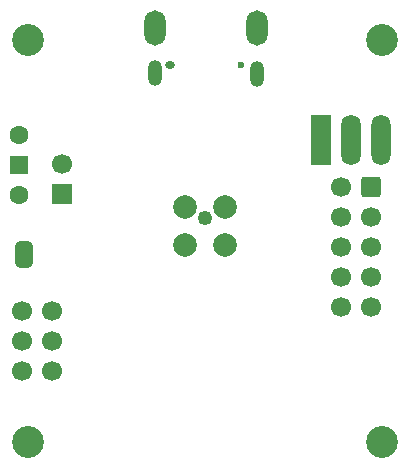
<source format=gbr>
%TF.GenerationSoftware,KiCad,Pcbnew,9.0.1*%
%TF.CreationDate,2025-05-28T08:33:00+02:00*%
%TF.ProjectId,tv25-cpu-small,74763235-2d63-4707-952d-736d616c6c2e,rev?*%
%TF.SameCoordinates,Original*%
%TF.FileFunction,Soldermask,Bot*%
%TF.FilePolarity,Negative*%
%FSLAX46Y46*%
G04 Gerber Fmt 4.6, Leading zero omitted, Abs format (unit mm)*
G04 Created by KiCad (PCBNEW 9.0.1) date 2025-05-28 08:33:00*
%MOMM*%
%LPD*%
G01*
G04 APERTURE LIST*
G04 Aperture macros list*
%AMRoundRect*
0 Rectangle with rounded corners*
0 $1 Rounding radius*
0 $2 $3 $4 $5 $6 $7 $8 $9 X,Y pos of 4 corners*
0 Add a 4 corners polygon primitive as box body*
4,1,4,$2,$3,$4,$5,$6,$7,$8,$9,$2,$3,0*
0 Add four circle primitives for the rounded corners*
1,1,$1+$1,$2,$3*
1,1,$1+$1,$4,$5*
1,1,$1+$1,$6,$7*
1,1,$1+$1,$8,$9*
0 Add four rect primitives between the rounded corners*
20,1,$1+$1,$2,$3,$4,$5,0*
20,1,$1+$1,$4,$5,$6,$7,0*
20,1,$1+$1,$6,$7,$8,$9,0*
20,1,$1+$1,$8,$9,$2,$3,0*%
%AMFreePoly0*
4,1,23,0.500000,-0.750000,0.000000,-0.750000,0.000000,-0.745722,-0.065263,-0.745722,-0.191342,-0.711940,-0.304381,-0.646677,-0.396677,-0.554381,-0.461940,-0.441342,-0.495722,-0.315263,-0.495722,-0.250000,-0.500000,-0.250000,-0.500000,0.250000,-0.495722,0.250000,-0.495722,0.315263,-0.461940,0.441342,-0.396677,0.554381,-0.304381,0.646677,-0.191342,0.711940,-0.065263,0.745722,0.000000,0.745722,
0.000000,0.750000,0.500000,0.750000,0.500000,-0.750000,0.500000,-0.750000,$1*%
%AMFreePoly1*
4,1,23,0.000000,0.745722,0.065263,0.745722,0.191342,0.711940,0.304381,0.646677,0.396677,0.554381,0.461940,0.441342,0.495722,0.315263,0.495722,0.250000,0.500000,0.250000,0.500000,-0.250000,0.495722,-0.250000,0.495722,-0.315263,0.461940,-0.441342,0.396677,-0.554381,0.304381,-0.646677,0.191342,-0.711940,0.065263,-0.745722,0.000000,-0.745722,0.000000,-0.750000,-0.500000,-0.750000,
-0.500000,0.750000,0.000000,0.750000,0.000000,0.745722,0.000000,0.745722,$1*%
G04 Aperture macros list end*
%ADD10C,2.000000*%
%ADD11C,1.250000*%
%ADD12C,2.700000*%
%ADD13C,1.700000*%
%ADD14C,0.600000*%
%ADD15O,0.850000X0.600000*%
%ADD16O,1.200000X2.200000*%
%ADD17O,1.800000X3.000000*%
%ADD18R,1.700000X4.300000*%
%ADD19O,1.660000X4.300000*%
%ADD20O,1.620000X4.300000*%
%ADD21FreePoly0,270.000000*%
%ADD22FreePoly1,270.000000*%
%ADD23R,1.700000X1.700000*%
%ADD24R,1.500000X1.500000*%
%ADD25C,1.600000*%
%ADD26RoundRect,0.250000X0.600000X0.600000X-0.600000X0.600000X-0.600000X-0.600000X0.600000X-0.600000X0*%
G04 APERTURE END LIST*
%TO.C,JP1*%
G36*
X111899000Y-153012000D02*
G01*
X113399000Y-153012000D01*
X113399000Y-153312000D01*
X111899000Y-153312000D01*
X111899000Y-153012000D01*
G37*
%TD*%
D10*
%TO.C,SW4*%
X129700000Y-149090000D03*
D11*
X128000000Y-150040000D03*
D10*
X129700000Y-152340000D03*
X126300000Y-149090000D03*
X126300000Y-152340000D03*
%TD*%
D12*
%TO.C,H2*%
X143000000Y-169000000D03*
%TD*%
D13*
%TO.C,J3*%
X112460000Y-157920000D03*
X115000000Y-157920000D03*
X112460000Y-160460000D03*
X115000000Y-160460000D03*
X112460000Y-163000000D03*
X115000000Y-163000000D03*
%TD*%
D12*
%TO.C,H3*%
X113000000Y-135000000D03*
%TD*%
%TO.C,H4*%
X113000000Y-169000000D03*
%TD*%
%TO.C,H1*%
X143000000Y-135000000D03*
%TD*%
D14*
%TO.C,J4*%
X131050000Y-137100000D03*
D15*
X125050000Y-137100000D03*
D16*
X132370000Y-137825000D03*
D17*
X132370000Y-134000000D03*
D16*
X123730000Y-137800000D03*
D17*
X123730000Y-134000000D03*
%TD*%
D18*
%TO.C,J11*%
X137843000Y-143427500D03*
D19*
X140363000Y-143427500D03*
D20*
X142883000Y-143427500D03*
%TD*%
D21*
%TO.C,JP1*%
X112649000Y-152512000D03*
D22*
X112649000Y-153812000D03*
%TD*%
D23*
%TO.C,J1*%
X115865000Y-148025000D03*
D13*
X115865000Y-145485000D03*
%TD*%
D24*
%TO.C,SW3*%
X112250000Y-145540000D03*
D25*
X112250000Y-148080000D03*
X112250000Y-143000000D03*
%TD*%
D26*
%TO.C,J2*%
X142000000Y-147460000D03*
D13*
X139460000Y-147460000D03*
X142000000Y-150000000D03*
X139460000Y-150000000D03*
X142000000Y-152540000D03*
X139460000Y-152540000D03*
X142000000Y-155080000D03*
X139460000Y-155080000D03*
X142000000Y-157620000D03*
X139460000Y-157620000D03*
%TD*%
M02*

</source>
